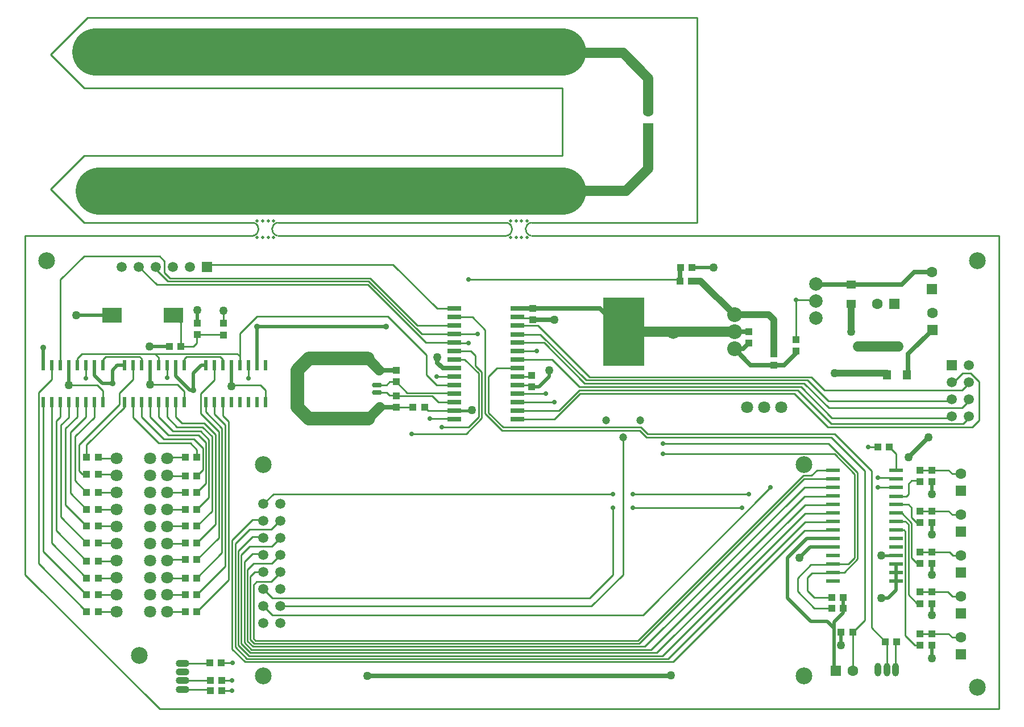
<source format=gtl>
%FSLAX25Y25*%
%MOIN*%
G70*
G01*
G75*
G04 Layer_Physical_Order=1*
G04 Layer_Color=255*
%ADD10R,0.05118X0.05512*%
%ADD11R,0.05512X0.05118*%
%ADD12R,0.07874X0.02756*%
%ADD13R,0.03937X0.04331*%
%ADD14R,0.04331X0.03937*%
%ADD15R,0.11811X0.09055*%
%ADD16R,0.24016X0.40000*%
%ADD17R,0.07874X0.02362*%
%ADD18R,0.02362X0.06102*%
%ADD19C,0.03937*%
%ADD20C,0.01000*%
%ADD21C,0.02756*%
%ADD22C,0.05906*%
%ADD23C,0.01969*%
%ADD24C,0.07874*%
%ADD25C,0.01575*%
%ADD26C,0.27559*%
%ADD27C,0.07874*%
%ADD28O,0.05906X0.02953*%
%ADD29C,0.07087*%
%ADD30C,0.09843*%
%ADD31C,0.05906*%
%ADD32C,0.08661*%
%ADD33R,0.06299X0.06299*%
%ADD34C,0.06299*%
%ADD35R,0.06299X0.06299*%
%ADD36R,0.05906X0.05906*%
%ADD37C,0.04724*%
%ADD38C,0.01969*%
%ADD39R,0.05906X0.05906*%
%ADD40O,0.03937X0.07874*%
%ADD41O,0.07874X0.04331*%
%ADD42C,0.05000*%
%ADD43C,0.02756*%
%ADD44C,0.03543*%
%ADD45C,0.06693*%
D10*
X505315Y195866D02*
D03*
X516732D02*
D03*
D11*
X484252Y237598D02*
D03*
Y249016D02*
D03*
D12*
X288583Y234921D02*
D03*
X251575D02*
D03*
Y169921D02*
D03*
Y189921D02*
D03*
Y219921D02*
D03*
Y214921D02*
D03*
Y204921D02*
D03*
Y179921D02*
D03*
Y184921D02*
D03*
Y194921D02*
D03*
Y209921D02*
D03*
Y199921D02*
D03*
Y224921D02*
D03*
Y174921D02*
D03*
Y229921D02*
D03*
X288583D02*
D03*
Y174921D02*
D03*
Y224921D02*
D03*
Y199921D02*
D03*
Y209921D02*
D03*
Y194921D02*
D03*
Y184921D02*
D03*
Y219646D02*
D03*
Y179921D02*
D03*
Y204921D02*
D03*
Y214921D02*
D03*
Y189921D02*
D03*
Y169921D02*
D03*
D13*
X296850Y195669D02*
D03*
Y188976D02*
D03*
X297638Y228346D02*
D03*
Y235039D02*
D03*
X424213Y214567D02*
D03*
Y221260D02*
D03*
X531496Y61811D02*
D03*
Y68504D02*
D03*
X531496Y37402D02*
D03*
Y44094D02*
D03*
X524409D02*
D03*
Y37402D02*
D03*
Y68504D02*
D03*
Y61811D02*
D03*
Y140157D02*
D03*
Y133465D02*
D03*
X531496Y133465D02*
D03*
Y140157D02*
D03*
Y109449D02*
D03*
Y116142D02*
D03*
X524409Y116142D02*
D03*
Y109449D02*
D03*
X531496Y85433D02*
D03*
Y92126D02*
D03*
X524409D02*
D03*
Y85433D02*
D03*
X217520Y176969D02*
D03*
Y183661D02*
D03*
X217520Y198622D02*
D03*
Y191929D02*
D03*
X438976Y201772D02*
D03*
Y208465D02*
D03*
X116142Y219488D02*
D03*
Y226181D02*
D03*
X100787Y219685D02*
D03*
Y226378D02*
D03*
X451772Y216535D02*
D03*
Y209842D02*
D03*
D14*
X84646Y212598D02*
D03*
X91339D02*
D03*
X390748Y258858D02*
D03*
X384055D02*
D03*
X42717Y147638D02*
D03*
X36024D02*
D03*
X42717Y137795D02*
D03*
X36024D02*
D03*
X42717Y57087D02*
D03*
X36024D02*
D03*
X42717Y66929D02*
D03*
X36024D02*
D03*
X42717Y76772D02*
D03*
X36024D02*
D03*
X42717Y86614D02*
D03*
X36024D02*
D03*
X42717Y97441D02*
D03*
X36024D02*
D03*
X42717Y107283D02*
D03*
X36024D02*
D03*
X42717Y117126D02*
D03*
X36024D02*
D03*
X42717Y126969D02*
D03*
X36024D02*
D03*
X93898Y147638D02*
D03*
X100591D02*
D03*
X93898Y136811D02*
D03*
X100591D02*
D03*
X93898Y126969D02*
D03*
X100591D02*
D03*
X93898Y117126D02*
D03*
X100591D02*
D03*
X93898Y107283D02*
D03*
X100591D02*
D03*
X93898Y97441D02*
D03*
X100591D02*
D03*
X93898Y87598D02*
D03*
X100591D02*
D03*
X93898Y76772D02*
D03*
X100591D02*
D03*
X93898Y66929D02*
D03*
X100591D02*
D03*
X93898Y57087D02*
D03*
X100591D02*
D03*
X108661Y10630D02*
D03*
X115354D02*
D03*
X108661Y16535D02*
D03*
X115354D02*
D03*
X108268Y27165D02*
D03*
X114961D02*
D03*
X500000Y153543D02*
D03*
X506693D02*
D03*
X504331Y39370D02*
D03*
X511024D02*
D03*
X485039Y44882D02*
D03*
X478346D02*
D03*
X472835Y59055D02*
D03*
X479528D02*
D03*
X472835Y65354D02*
D03*
X479528D02*
D03*
X383858Y250984D02*
D03*
X390551D02*
D03*
X227362Y177165D02*
D03*
X234055D02*
D03*
D15*
X87008Y231102D02*
D03*
X50787D02*
D03*
D16*
X350787Y221260D02*
D03*
D17*
X510630Y75039D02*
D03*
Y95039D02*
D03*
Y120039D02*
D03*
Y110039D02*
D03*
Y85039D02*
D03*
Y124764D02*
D03*
Y90039D02*
D03*
Y100039D02*
D03*
Y115039D02*
D03*
Y105039D02*
D03*
Y130039D02*
D03*
Y80039D02*
D03*
Y135039D02*
D03*
X473622D02*
D03*
Y80039D02*
D03*
Y130039D02*
D03*
Y105039D02*
D03*
Y115039D02*
D03*
Y100039D02*
D03*
Y90039D02*
D03*
Y85039D02*
D03*
Y110039D02*
D03*
Y120039D02*
D03*
Y125039D02*
D03*
Y95039D02*
D03*
Y75039D02*
D03*
Y140039D02*
D03*
X510630D02*
D03*
D18*
X120728Y201575D02*
D03*
X125728D02*
D03*
X130728D02*
D03*
X135728D02*
D03*
X140728D02*
D03*
X115728D02*
D03*
X110728D02*
D03*
X105728D02*
D03*
Y179921D02*
D03*
X110728D02*
D03*
X115728D02*
D03*
X140728D02*
D03*
X135728D02*
D03*
X130728D02*
D03*
X125728D02*
D03*
X120728D02*
D03*
X73090Y201575D02*
D03*
X78091D02*
D03*
X83091D02*
D03*
X88090D02*
D03*
X93090D02*
D03*
X68090D02*
D03*
X63090D02*
D03*
X58091D02*
D03*
Y179921D02*
D03*
X63090D02*
D03*
X68090D02*
D03*
X93090D02*
D03*
X88090D02*
D03*
X83091D02*
D03*
X78091D02*
D03*
X73090D02*
D03*
X25453Y201575D02*
D03*
X30453D02*
D03*
X35453D02*
D03*
X40453D02*
D03*
X45453D02*
D03*
X20453D02*
D03*
X15453D02*
D03*
X10453D02*
D03*
Y179921D02*
D03*
X15453D02*
D03*
X20453D02*
D03*
X45453D02*
D03*
X40453D02*
D03*
X35453D02*
D03*
X30453D02*
D03*
X25453D02*
D03*
D19*
X484252Y221457D02*
Y237598D01*
X436024Y231299D02*
X438976Y228346D01*
Y208465D02*
Y228346D01*
X415787Y231299D02*
X436024D01*
X415748Y231260D02*
X415787Y231299D01*
X396024Y250984D02*
X415748Y231260D01*
X390551Y250984D02*
X396024D01*
X474409Y196850D02*
X505315D01*
D20*
X451772Y216535D02*
Y240158D01*
X463583D01*
X471032Y155512D02*
X488008Y138536D01*
X374016Y155512D02*
X471032D01*
X374016Y149606D02*
X474409D01*
X206299Y185827D02*
X211811D01*
X206299Y190157D02*
X211811D01*
X206299D02*
X207087Y190945D01*
X211811Y190157D02*
X213583Y191929D01*
X211811Y185827D02*
X213583Y184055D01*
X513701Y115039D02*
X519685Y109055D01*
X510630Y115039D02*
X513701D01*
X519685Y88583D02*
Y109055D01*
Y112205D02*
X522441Y109449D01*
X519685Y112205D02*
Y118110D01*
X517717Y66929D02*
Y108268D01*
X515945Y110039D02*
X517717Y108268D01*
X510630Y110039D02*
X515945D01*
X43189Y147165D02*
X53543D01*
X42717Y137795D02*
X52913D01*
X42717Y126969D02*
X53347D01*
X42717Y117126D02*
X53504D01*
X42717Y107283D02*
X53425D01*
X42717Y97441D02*
X53268D01*
X42717Y86614D02*
X52992D01*
X42717Y76772D02*
X53150D01*
X42717Y66929D02*
X53386D01*
X42717Y57087D02*
X53543D01*
X83071D02*
X93898D01*
X83228Y66929D02*
X93898D01*
X83465Y76772D02*
X93898D01*
X83504Y87598D02*
X93898D01*
X83071Y97165D02*
X93622D01*
X83189Y107283D02*
X93898D01*
X83110Y117126D02*
X93898D01*
X83268Y126969D02*
X93898D01*
X83425Y136811D02*
X93898D01*
X83543Y147638D02*
X93898D01*
X15453Y193405D02*
Y201575D01*
X31496Y139764D02*
X33465Y137795D01*
X36024D01*
X63090Y193405D02*
Y201575D01*
X96850Y155905D02*
X100591Y152165D01*
Y147638D02*
Y152165D01*
X88090Y171358D02*
Y179921D01*
Y171358D02*
X91732Y167717D01*
X104724D01*
X83091Y171240D02*
Y179921D01*
Y171240D02*
X88976Y165354D01*
X103937D01*
X73090Y171398D02*
Y179921D01*
Y171398D02*
X83858Y160630D01*
X101575D01*
X68090Y171280D02*
Y179921D01*
Y171280D02*
X81102Y158268D01*
X98819D01*
X63090Y171161D02*
Y179921D01*
Y171161D02*
X78347Y155905D01*
X96850D01*
X78091Y171417D02*
Y179921D01*
Y171417D02*
X86516Y162992D01*
X102756D01*
X58091Y176988D02*
Y179921D01*
X36024Y147638D02*
Y154921D01*
X58091Y176988D01*
X10453Y92500D02*
X36024Y66929D01*
X10453Y92500D02*
Y179921D01*
X15453Y97342D02*
X36024Y76772D01*
X15453Y97342D02*
Y179921D01*
X29134Y133858D02*
X36024Y126969D01*
X26378Y126772D02*
X36024Y117126D01*
X23622Y119685D02*
X36024Y107283D01*
X20866Y112598D02*
X36024Y97441D01*
X18110Y104528D02*
X36024Y86614D01*
X18110Y104528D02*
Y168898D01*
X20453Y171240D01*
Y179921D01*
X20866Y112598D02*
Y166535D01*
X25453Y171122D01*
Y179921D01*
X23622Y119685D02*
Y164567D01*
X30453Y171398D01*
Y179921D01*
X26378Y126772D02*
Y162205D01*
X35453Y171280D01*
Y179921D01*
X29134Y133858D02*
Y159843D01*
X40453Y171161D01*
Y179921D01*
X31496Y139764D02*
Y155118D01*
X110728Y193012D02*
Y201575D01*
X105728Y174193D02*
Y179921D01*
X110728Y173130D02*
Y179921D01*
X115728Y172067D02*
Y179921D01*
X92126Y26772D02*
X107874D01*
X92126Y11417D02*
X107874D01*
X92126Y16535D02*
X108661D01*
X7874Y85236D02*
X36024Y57087D01*
X7874Y85236D02*
Y185827D01*
X15453Y193405D01*
X100591Y136811D02*
X104043Y140264D01*
Y153043D01*
X98819Y158268D02*
X104043Y153043D01*
X100591Y126969D02*
X105831Y132209D01*
Y156374D01*
X101575Y160630D02*
X105831Y156374D01*
X100591Y117126D02*
X107618Y124153D01*
Y158130D01*
X102756Y162992D02*
X107618Y158130D01*
X100591Y107283D02*
X109449Y116142D01*
Y159843D01*
X103937Y165354D02*
X109449Y159843D01*
X100591Y97441D02*
X111417Y108268D01*
Y161024D01*
X104724Y167717D02*
X111417Y161024D01*
X105728Y174193D02*
X115354Y164567D01*
X110728Y173130D02*
X117323Y166535D01*
X115728Y172067D02*
X119291Y168504D01*
X548189Y66142D02*
X548425Y65905D01*
X485039Y22598D02*
Y44882D01*
X462598Y59055D02*
X472835D01*
X113386Y100394D02*
Y162598D01*
X100591Y76772D02*
X115354Y91535D01*
Y164567D01*
X121260Y99055D02*
X133307Y111102D01*
X123047Y96839D02*
X131551Y105342D01*
X124835Y92630D02*
X133307Y101102D01*
X121260Y35039D02*
X128740Y27559D01*
X31496Y155118D02*
X55118Y178740D01*
Y185433D01*
X63090Y193405D01*
X102756Y173228D02*
X113386Y162598D01*
X102756Y173228D02*
Y185039D01*
X110728Y193012D01*
X126622Y90414D02*
X131551Y95342D01*
X128409Y86205D02*
X133307Y91102D01*
X457047Y119646D02*
X473228D01*
X457165Y114646D02*
X473228D01*
X457283Y109646D02*
X473228D01*
X457008Y104646D02*
X473228D01*
X456811Y130039D02*
X473622D01*
X123047Y36220D02*
X129921Y29346D01*
X124835Y37402D02*
X131102Y31134D01*
X126622Y38189D02*
X131890Y32921D01*
X129921Y29346D02*
X376984D01*
X131102Y31134D02*
X373654D01*
X131890Y32921D02*
X370323D01*
X128409Y38929D02*
X132630Y34709D01*
X366992D01*
X133445Y36516D02*
X363287D01*
X130197Y39764D02*
X133445Y36516D01*
X130197Y81772D02*
X133858Y85433D01*
X134185Y38303D02*
X359957D01*
X131984Y40504D02*
X134185Y38303D01*
X464055Y140039D02*
X473622D01*
X134926Y40091D02*
X359216D01*
X133772Y41245D02*
X134926Y40091D01*
X133307Y111102D02*
X138819D01*
X139606Y110315D01*
X131551Y105342D02*
X144319D01*
X149291Y110315D01*
X149606D01*
X133307Y101102D02*
X138819D01*
X131551Y95342D02*
X144634D01*
X149606Y100315D01*
X133307Y91102D02*
X138819D01*
X133858Y85433D02*
X144488D01*
X149370Y90315D01*
X144240Y74555D02*
X149606Y79921D01*
X523228Y132283D02*
X524409Y133465D01*
X524016Y37795D02*
X524409Y37402D01*
X521654D02*
X524409D01*
X510630Y105039D02*
X515039D01*
X515929Y104150D01*
X522835Y85433D02*
X524409D01*
X519685Y88583D02*
X522835Y85433D01*
X522441Y109449D02*
X524409D01*
X510669Y120079D02*
X517717D01*
X519685Y118110D01*
X524016Y133858D02*
X524409Y133465D01*
X519685Y133858D02*
X524016D01*
X517717Y131890D02*
X519685Y133858D01*
X517717Y125984D02*
Y131890D01*
X516496Y124764D02*
X517717Y125984D01*
X510630Y124764D02*
X516496D01*
X524409Y140157D02*
X531496D01*
X531496Y140157D01*
X541339D01*
X543543Y137953D01*
X548425D01*
X524409Y116142D02*
X531496D01*
X531496Y116142D01*
X541339D01*
X543543Y113937D01*
X548425D01*
X524409Y92126D02*
X531496D01*
X541732D01*
X543937Y89921D01*
X548425D01*
X524409Y68504D02*
X531496D01*
X540945D01*
X543543Y65905D01*
X548425D01*
X524409Y44094D02*
X531496D01*
X541339D01*
X543543Y41890D01*
X548425D01*
X505118Y22835D02*
Y39370D01*
X510630Y140039D02*
Y149606D01*
X506693Y153543D02*
X510630Y149606D01*
X494095Y153543D02*
X500000D01*
X288583Y204921D02*
X308858D01*
X324803Y188976D01*
X288583Y174921D02*
X312717D01*
X324803Y187008D01*
X302008Y219646D02*
X328740Y192913D01*
X288583Y219646D02*
X302008D01*
X549067Y176547D02*
X553799Y181280D01*
X304205Y214921D02*
X328000Y191126D01*
X288583Y214921D02*
X304205D01*
X300697Y224894D02*
X330890Y194701D01*
X288610Y224894D02*
X300697D01*
X288583Y224921D02*
X288610Y224894D01*
X310244Y169921D02*
X325362Y185039D01*
X288583Y169921D02*
X310244D01*
X279528Y163386D02*
X360236D01*
X269685Y173228D02*
X279528Y163386D01*
X269685Y173228D02*
Y222441D01*
X262205Y229921D02*
X269685Y222441D01*
X251575Y229921D02*
X262205D01*
X271654Y173788D02*
X280087Y165354D01*
X271654Y173788D02*
Y194882D01*
X276693Y199921D01*
X288583D01*
X114961Y27165D02*
X121653D01*
X115354Y16535D02*
X121260D01*
X115354Y10630D02*
X121260D01*
X251575Y209921D02*
X261102D01*
X263779Y207244D01*
X251575Y204921D02*
X257677D01*
X280087Y165354D02*
X360795D01*
X100591Y87598D02*
X113386Y100394D01*
X134646Y80315D02*
X139606D01*
X135579Y74555D02*
X144240D01*
X131984Y77653D02*
X134646Y80315D01*
X133772Y72748D02*
X135579Y74555D01*
X100591Y66929D02*
X117323Y83661D01*
Y166535D01*
X100591Y57087D02*
X119291Y75787D01*
Y168504D01*
X121260Y35039D02*
Y99055D01*
X123047Y36220D02*
Y96839D01*
X124835Y37402D02*
Y92630D01*
X126622Y38189D02*
Y90414D01*
X128409Y38929D02*
Y86205D01*
X130197Y39764D02*
Y81772D01*
X131984Y40504D02*
Y77653D01*
X133772Y41245D02*
Y72748D01*
X149606Y60315D02*
X331968D01*
X456929Y124646D02*
X473228D01*
X128740Y27559D02*
X379921D01*
X350394Y78740D02*
Y159272D01*
X458661Y77165D02*
X461142Y79646D01*
X458661Y69291D02*
Y77165D01*
Y69291D02*
X462598Y65354D01*
X472835D01*
X452756Y68898D02*
X462598Y59055D01*
X452756Y68898D02*
Y76772D01*
X460630Y84646D01*
X331968Y60315D02*
X350394Y78740D01*
X139606Y60315D02*
X144803Y55118D01*
X139606Y70315D02*
X144961Y64961D01*
X379921Y27559D02*
X457008Y104646D01*
X376984Y29346D02*
X457283Y109646D01*
X373654Y31134D02*
X457165Y114646D01*
X370323Y32921D02*
X457047Y119646D01*
X366992Y34709D02*
X456929Y124646D01*
X363287Y36516D02*
X456811Y130039D01*
X144803Y55118D02*
X362205D01*
X437008Y129921D01*
X144961Y64961D02*
X330709D01*
X344488Y78740D01*
Y118110D01*
X510512Y129921D02*
X510630Y130039D01*
X500000Y129921D02*
X510512D01*
X509842Y135827D02*
X510630Y135039D01*
X500000Y135827D02*
X509842D01*
X496063Y47638D02*
X504331Y39370D01*
X496063Y47638D02*
Y139764D01*
X485039Y44882D02*
X492126Y51968D01*
X473622Y85039D02*
X482677D01*
X486221Y88583D01*
Y137795D01*
X460630Y84646D02*
X473622D01*
X488008Y87842D02*
Y138536D01*
X461142Y79646D02*
X473622D01*
X474409Y149606D02*
X486221Y137795D01*
X492126Y51968D02*
Y139764D01*
X360795Y165354D02*
X364733Y161417D01*
X474409D01*
X496063Y139764D01*
X360236Y163386D02*
X364173Y159449D01*
X472441D01*
X492126Y139764D01*
X473622Y80039D02*
X480315D01*
Y80149D01*
X488008Y87842D01*
X288583Y184921D02*
X288701Y185039D01*
X288583Y179921D02*
X288779Y180118D01*
X288701Y185039D02*
X305118D01*
X213583Y184055D02*
X217126D01*
X213583Y191929D02*
X217520D01*
X288583Y194921D02*
X296102D01*
X288583Y189921D02*
X295905D01*
X242323Y179921D02*
X251575D01*
X238583Y183661D02*
X242323Y179921D01*
X217520Y183661D02*
X238583D01*
X251575Y184921D02*
Y185449D01*
X217520Y191929D02*
X224000Y185449D01*
X251575D01*
X236299Y174921D02*
X251575D01*
X234055Y177165D02*
X236299Y174921D01*
X217717Y177165D02*
X227362D01*
X241457Y234921D02*
X251575D01*
X215551Y260827D02*
X241457Y234921D01*
X108071Y260827D02*
X215551D01*
X106693Y259449D02*
X108071Y260827D01*
X76693Y257953D02*
Y259449D01*
X234882Y214921D02*
X251575D01*
X232410Y219921D02*
X251575D01*
X201347Y250984D02*
X232410Y219921D01*
X76693Y257953D02*
X83661Y250984D01*
X201347D01*
X66693Y259449D02*
X77126Y249016D01*
X200787D01*
X234882Y214921D01*
X229937Y224921D02*
X251575D01*
X202087Y252772D02*
X229937Y224921D01*
X84827Y252772D02*
X202087D01*
X81693Y255906D02*
X84827Y252772D01*
X81693Y255906D02*
Y262795D01*
X78740Y265748D02*
X81693Y262795D01*
X34449Y265748D02*
X78740D01*
X20669Y251969D02*
X34449Y265748D01*
X20669Y201791D02*
Y251969D01*
X20453Y201575D02*
X20669Y201791D01*
X30453Y201575D02*
Y205650D01*
X45453Y204902D02*
X47244Y206693D01*
X45453Y201575D02*
Y204902D01*
X47244Y206693D02*
X66929D01*
X68090Y205532D01*
Y201575D02*
Y205532D01*
X30453Y205650D02*
X33283Y208480D01*
X75968D01*
X78091Y206358D01*
Y201575D02*
Y206358D01*
X93090Y201575D02*
Y205295D01*
X94488Y206693D01*
X114173D01*
X115728Y205138D01*
Y201575D02*
Y205138D01*
X75968Y208480D02*
X124197D01*
X125728Y206949D01*
Y201575D02*
Y206949D01*
X83091Y194311D02*
Y201575D01*
X130728Y194075D02*
Y201575D01*
X35453Y193917D02*
Y201575D01*
X91339Y212598D02*
X98425D01*
X100394Y214567D01*
Y219291D01*
X91339Y212598D02*
Y226772D01*
X87008Y231102D02*
X91339Y226772D01*
X100394Y219291D02*
X100787Y219685D01*
X116142D01*
X115945D02*
X116142Y219488D01*
X241181Y194921D02*
X251575D01*
X241181Y189921D02*
X251575D01*
X235236Y195866D02*
X241181Y189921D01*
X235236Y195866D02*
Y207677D01*
X212598Y230315D02*
X235236Y207677D01*
X288583Y209921D02*
X299921D01*
X288583Y229921D02*
X289173Y229331D01*
X297638D01*
X45453Y179921D02*
Y186831D01*
X42323Y189961D02*
X45453Y186831D01*
X25453Y189961D02*
X42323D01*
X120728Y189311D02*
X121339Y189921D01*
X137835D01*
X140728Y187028D01*
Y179921D02*
Y187028D01*
X251220Y170276D02*
X251575Y169921D01*
X237205Y170276D02*
X251220D01*
X139606Y120315D02*
X145669Y125984D01*
X344488D01*
X288779Y180118D02*
X310039D01*
X116142Y226181D02*
Y233661D01*
X93090Y179921D02*
Y186437D01*
X510354Y22835D02*
Y39370D01*
X257677Y204921D02*
X265748Y196850D01*
X263779Y201347D02*
X267535Y197591D01*
X263779Y201347D02*
Y207244D01*
X244094Y165354D02*
X259842D01*
X265748Y171260D01*
Y196850D01*
X258433Y161417D02*
X267535Y170519D01*
Y197591D01*
X261535Y174921D02*
X261811Y175197D01*
X226378Y161417D02*
X258433D01*
X251575Y214921D02*
X251929Y214567D01*
X259842D01*
X382874Y251969D02*
X383858Y250984D01*
X259842Y251969D02*
X382874D01*
X251575Y219921D02*
X265197D01*
X73090Y190217D02*
X89311D01*
X93090Y186437D01*
X517717Y66929D02*
X522835Y61811D01*
X515898Y54718D02*
X515929Y54750D01*
Y104150D01*
X515898Y43158D02*
Y54718D01*
Y43158D02*
X521654Y37402D01*
X543799Y191279D02*
X549370Y196850D01*
X554225D01*
X559055Y169291D02*
Y192020D01*
X554225Y196850D02*
X559055Y192020D01*
X549213Y187008D02*
X552992Y190787D01*
X553307D01*
X359216Y40091D02*
X456134Y137008D01*
X461024D01*
X464055Y140039D01*
X359957Y38303D02*
X456693Y135039D01*
X473622D01*
X356299Y125984D02*
X424213D01*
X356299Y118110D02*
X420276D01*
X330890Y194701D02*
X460811D01*
X468504Y187008D01*
X549213D01*
X328740Y192913D02*
X458661D01*
X328000Y191126D02*
X456512D01*
X471091Y176547D01*
X549067D01*
X324803Y188976D02*
X454724D01*
X472913Y170787D01*
X543307D01*
X324803Y187008D02*
X452756D01*
X325362Y185039D02*
X450787D01*
X459646Y176181D01*
X458661Y192913D02*
X470787Y180787D01*
X543307D01*
X452756Y187008D02*
X472441Y167323D01*
X549843D01*
X553799Y171280D01*
X459646Y176181D02*
X470472Y165354D01*
X555118D01*
X559055Y169291D01*
X515748Y147638D02*
X517717D01*
X378189Y19410D02*
X378465Y19685D01*
X125728Y206949D02*
Y220216D01*
X135827Y230315D01*
X212598D01*
X211614Y224409D02*
X211614Y224410D01*
X211614D02*
X211614Y224409D01*
X282044Y277593D02*
G03*
X282549Y285299I-514J3903D01*
G01*
X296764Y285399D02*
G03*
X296259Y277693I514J-3903D01*
G01*
X148108Y285399D02*
G03*
X147603Y277693I514J-3903D01*
G01*
X133388Y277593D02*
G03*
X133893Y285299I-514J3903D01*
G01*
X148108Y277593D02*
X282010D01*
X148108Y285399D02*
X282456D01*
X-0Y277559D02*
X34Y277593D01*
X133388D01*
X34449Y285433D02*
X133800D01*
X14764Y305118D02*
X34449Y285433D01*
X14764Y305118D02*
X34449Y324803D01*
X314961D01*
Y364173D01*
X34449D02*
X314961D01*
X14764Y383858D02*
X34449Y364173D01*
X14764Y383858D02*
X36417Y405512D01*
X393701D01*
Y285433D02*
Y405512D01*
X393667Y285399D02*
X393701Y285433D01*
X296730Y285399D02*
X393667D01*
X296730Y277593D02*
X393667D01*
X393701Y277559D01*
X570866D01*
X570866Y277559D01*
Y0D02*
Y277559D01*
X78740Y0D02*
X570866D01*
X-0Y78740D02*
X78740Y0D01*
X-0Y78740D02*
Y277559D01*
D21*
X463583Y249016D02*
X513779D01*
X521220Y256457D01*
X444882Y201772D02*
X451772Y208661D01*
X517618Y208169D02*
X531890Y222441D01*
X517618Y196850D02*
Y208169D01*
X521220Y256457D02*
X531496D01*
X297638Y235039D02*
X337008D01*
X350787Y221260D01*
X288583Y234921D02*
X297520D01*
X297638Y235039D01*
X383858Y250984D02*
Y258661D01*
X415748Y211260D02*
X425236Y201772D01*
X438976D01*
X415748Y221260D02*
X424213D01*
X415748Y211260D02*
X420905D01*
X424213Y214567D01*
X438976Y201772D02*
X444882D01*
X244764Y199921D02*
X251575D01*
X241535Y203150D02*
X244764Y199921D01*
X241535Y203150D02*
Y206299D01*
X297638Y228346D02*
X310039D01*
X207677Y198819D02*
X217323D01*
X207874Y176969D02*
X217520D01*
X200512Y19410D02*
X378189D01*
X517717Y147638D02*
X529528Y159449D01*
D22*
X502953Y212598D02*
X511811D01*
X488189D02*
X502953D01*
X350787Y221260D02*
X415748D01*
X200787Y205709D02*
X207677Y198819D01*
X201181Y170276D02*
X207874Y176969D01*
X350394Y384842D02*
X365158Y370079D01*
X314961Y384842D02*
X350394D01*
X314961Y304134D02*
X352362D01*
X365158Y316929D01*
Y340551D01*
Y350551D02*
Y370079D01*
D23*
X295905Y189921D02*
X296850Y188976D01*
X100787Y226378D02*
Y233858D01*
X73090Y190217D02*
Y201575D01*
X120728Y189311D02*
Y201575D01*
X479528Y59055D02*
Y65354D01*
X510630Y80039D02*
Y85039D01*
Y75039D02*
Y80039D01*
X460197Y95039D02*
X473622D01*
X453740Y88583D02*
X460197Y95039D01*
X390748Y258858D02*
X403543D01*
X29724Y231102D02*
X50787D01*
X72835Y212598D02*
X84646D01*
X25453Y189961D02*
Y201575D01*
X10453D02*
Y211988D01*
X40453Y195768D02*
Y201575D01*
X135728Y201575D02*
X135827Y201673D01*
Y224410D01*
X40453Y195768D02*
X45276Y190945D01*
X51181D01*
Y198819D01*
X53937Y201575D01*
X58091D01*
X103150D02*
X105728D01*
X479528Y56299D02*
Y59055D01*
X478346Y37402D02*
Y44882D01*
X474075Y23563D02*
X475197Y22441D01*
X474075Y50846D02*
X479528Y56299D01*
X458307Y100039D02*
X473622D01*
X470138Y51181D02*
X474075Y47244D01*
X460630Y51181D02*
X470138D01*
X446850Y64961D02*
X460630Y51181D01*
X446850Y64961D02*
Y88583D01*
X474075Y23563D02*
Y47244D01*
Y50846D01*
X446850Y88583D02*
X458307Y100039D01*
X296850Y188976D02*
X301181D01*
X307087Y194882D01*
Y198819D01*
X88090Y195374D02*
Y201575D01*
Y195374D02*
X96457Y187008D01*
X98425D01*
Y196850D01*
X103150Y201575D01*
X501968Y64961D02*
X505905D01*
X510630Y69685D01*
Y75039D01*
X531496Y55118D02*
Y61811D01*
X531496Y125984D02*
Y133465D01*
Y102362D02*
Y109449D01*
Y78740D02*
Y85433D01*
Y29528D02*
Y37402D01*
X135827Y224410D02*
X211614D01*
D24*
X159449Y198819D02*
X166339Y205709D01*
X200787D01*
X159449Y177165D02*
X166339Y170276D01*
X201181D01*
X159449Y177165D02*
Y198819D01*
D25*
X251575Y174921D02*
X261535D01*
X501968Y90039D02*
X510630D01*
D26*
X41339Y385827D02*
X314961D01*
X43307Y304134D02*
X314961D01*
D27*
X463583Y239173D02*
D03*
Y229173D02*
D03*
Y249173D02*
D03*
D28*
X206299Y185787D02*
D03*
Y190000D02*
D03*
D29*
X53543Y57087D02*
D03*
Y67087D02*
D03*
Y77165D02*
D03*
Y87165D02*
D03*
Y117165D02*
D03*
Y127165D02*
D03*
Y97165D02*
D03*
Y107165D02*
D03*
Y137165D02*
D03*
Y147165D02*
D03*
X83071Y57087D02*
D03*
Y67087D02*
D03*
Y77165D02*
D03*
Y87165D02*
D03*
Y117165D02*
D03*
Y127165D02*
D03*
Y97165D02*
D03*
Y107165D02*
D03*
Y137165D02*
D03*
Y147165D02*
D03*
X73228D02*
D03*
Y137165D02*
D03*
Y107165D02*
D03*
Y97165D02*
D03*
Y127165D02*
D03*
Y117165D02*
D03*
Y87165D02*
D03*
Y77165D02*
D03*
Y67087D02*
D03*
Y57087D02*
D03*
X433071Y177165D02*
D03*
X423071D02*
D03*
X443071D02*
D03*
D30*
X139606Y19291D02*
D03*
X456535D02*
D03*
Y143307D02*
D03*
X139606D02*
D03*
X558268Y12598D02*
D03*
Y262992D02*
D03*
X12598D02*
D03*
X66929Y31496D02*
D03*
D31*
X149606Y120315D02*
D03*
Y110315D02*
D03*
X139606Y60315D02*
D03*
Y70315D02*
D03*
Y80315D02*
D03*
Y90315D02*
D03*
Y50315D02*
D03*
Y110315D02*
D03*
Y120315D02*
D03*
Y100315D02*
D03*
X149606D02*
D03*
Y90315D02*
D03*
Y80315D02*
D03*
Y70315D02*
D03*
Y60315D02*
D03*
Y50315D02*
D03*
X56693Y259449D02*
D03*
X66693D02*
D03*
X76693D02*
D03*
X86693D02*
D03*
X96693D02*
D03*
X553307Y201772D02*
D03*
X543307Y191772D02*
D03*
X553307D02*
D03*
X543307Y181772D02*
D03*
X553307D02*
D03*
X543307Y171772D02*
D03*
X553307D02*
D03*
D32*
X415748Y221260D02*
D03*
Y231260D02*
D03*
Y211260D02*
D03*
D33*
X548425Y127953D02*
D03*
Y103937D02*
D03*
Y79921D02*
D03*
X548425Y31890D02*
D03*
Y55905D02*
D03*
X531496Y246457D02*
D03*
X531890Y222441D02*
D03*
X365158Y340551D02*
D03*
D34*
X548425Y137953D02*
D03*
Y113937D02*
D03*
Y89921D02*
D03*
X548425Y41890D02*
D03*
Y65905D02*
D03*
X485197Y22441D02*
D03*
X499449Y237795D02*
D03*
X531496Y256457D02*
D03*
X531890Y232441D02*
D03*
X365158Y350551D02*
D03*
D35*
X475197Y22441D02*
D03*
X509449Y237795D02*
D03*
D36*
X106693Y259449D02*
D03*
D37*
X340394Y169272D02*
D03*
X350394Y159272D02*
D03*
X360394Y169272D02*
D03*
D38*
X145669Y286417D02*
D03*
X142388D02*
D03*
X139108D02*
D03*
X135827D02*
D03*
Y276575D02*
D03*
X139108D02*
D03*
X142388D02*
D03*
X145669D02*
D03*
X294291D02*
D03*
X291010D02*
D03*
X287730D02*
D03*
X284449D02*
D03*
Y286417D02*
D03*
X287730D02*
D03*
X291010D02*
D03*
X294291D02*
D03*
D39*
X543307Y201772D02*
D03*
D40*
X510354Y22835D02*
D03*
X505118D02*
D03*
X499882D02*
D03*
D41*
X92126Y26772D02*
D03*
Y21654D02*
D03*
Y16535D02*
D03*
Y11417D02*
D03*
D42*
X484252Y221457D02*
D03*
X488189Y212598D02*
D03*
X100787Y233858D02*
D03*
X241535Y206299D02*
D03*
X310039Y228346D02*
D03*
X73090Y190217D02*
D03*
X120728Y189311D02*
D03*
X25453Y189961D02*
D03*
X453740Y88583D02*
D03*
X403543Y258858D02*
D03*
X29724Y231102D02*
D03*
X72835Y212598D02*
D03*
X116142Y233661D02*
D03*
X478346Y37402D02*
D03*
X261811Y175197D02*
D03*
X307087Y198819D02*
D03*
X192913Y171260D02*
D03*
X173228D02*
D03*
X171260Y206693D02*
D03*
X192913D02*
D03*
X159449Y188976D02*
D03*
X474409Y196850D02*
D03*
X501968Y64961D02*
D03*
X531496Y29528D02*
D03*
X531496Y55118D02*
D03*
X531496Y78740D02*
D03*
Y102362D02*
D03*
Y125984D02*
D03*
X501968Y90039D02*
D03*
X200512Y19410D02*
D03*
X378465Y19685D02*
D03*
X529528Y159449D02*
D03*
X43307Y303543D02*
D03*
X95669D02*
D03*
X148031D02*
D03*
X200394D02*
D03*
X305118D02*
D03*
X252756D02*
D03*
X250787Y385827D02*
D03*
X303150D02*
D03*
X198425D02*
D03*
X146063D02*
D03*
X93701D02*
D03*
X41339D02*
D03*
X517717Y147638D02*
D03*
X511811Y212598D02*
D03*
D43*
X451772Y240158D02*
D03*
X374016Y155512D02*
D03*
Y149606D02*
D03*
X494095Y153543D02*
D03*
X121653Y27165D02*
D03*
X121260Y16535D02*
D03*
Y10630D02*
D03*
X437008Y129921D02*
D03*
X344488Y118110D02*
D03*
Y125984D02*
D03*
X500000Y129921D02*
D03*
Y135827D02*
D03*
X305118Y185039D02*
D03*
X83091Y194311D02*
D03*
X35453Y193917D02*
D03*
X130728Y194075D02*
D03*
X241181Y194921D02*
D03*
X299921Y209921D02*
D03*
X226378Y161417D02*
D03*
X244094Y165354D02*
D03*
X237205Y170276D02*
D03*
X310039Y180118D02*
D03*
X259842Y214567D02*
D03*
Y251969D02*
D03*
X265197Y219921D02*
D03*
X356299Y125984D02*
D03*
Y118110D02*
D03*
X424213Y125984D02*
D03*
X420276Y118110D02*
D03*
D44*
X10453Y211988D02*
D03*
X51181Y190945D02*
D03*
X98425Y187008D02*
D03*
X211614Y224410D02*
D03*
X135827D02*
D03*
D45*
X379921Y220472D02*
D03*
M02*

</source>
